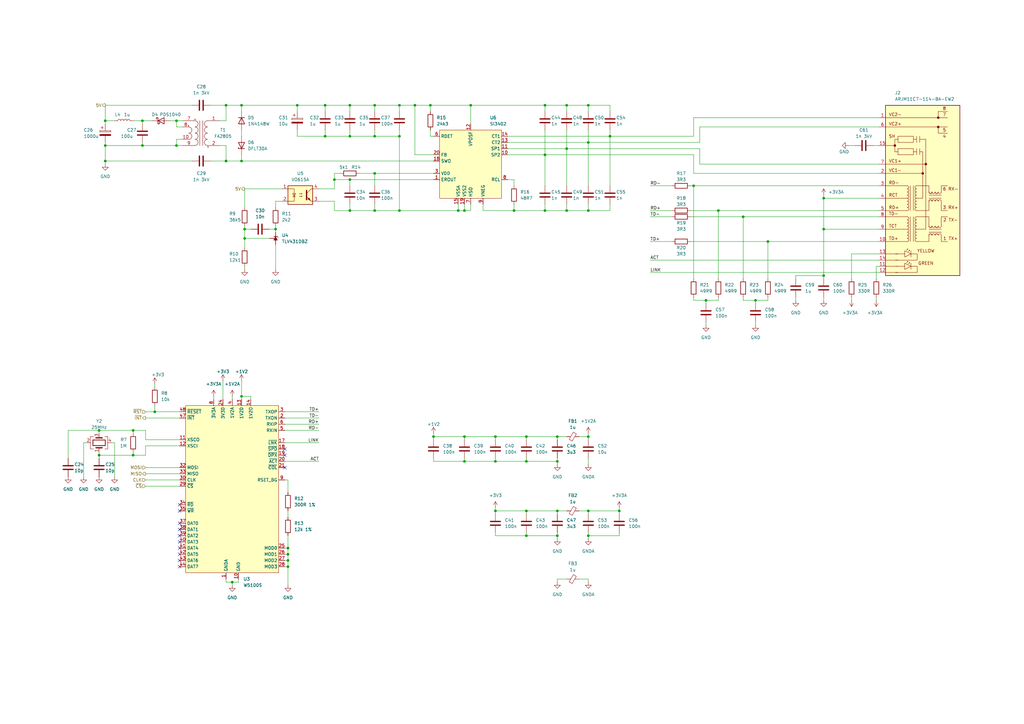
<source format=kicad_sch>
(kicad_sch (version 20211123) (generator eeschema)
  (paper "A3")
  (junction (at 228.6 189.23))
  (junction (at 92.71 66.04))
  (junction (at 210.82 86.36))
  (junction (at 289.56 123.19))
  (junction (at 337.82 93.98))
  (junction (at 163.83 55.88))
  (junction (at 294.64 86.36))
  (junction (at 250.19 55.88))
  (junction (at 99.06 66.04))
  (junction (at 118.11 232.41))
  (junction (at 232.41 60.96))
  (junction (at 223.52 63.5))
  (junction (at 241.3 43.18))
  (junction (at 177.8 179.07))
  (junction (at 314.96 99.06))
  (junction (at 133.35 55.88))
  (junction (at 95.25 238.76))
  (junction (at 193.04 43.18))
  (junction (at 176.53 43.18))
  (junction (at 203.2 209.55))
  (junction (at 190.5 189.23))
  (junction (at 228.6 179.07))
  (junction (at 215.9 179.07))
  (junction (at 337.82 81.28))
  (junction (at 241.3 58.42))
  (junction (at 143.51 86.36))
  (junction (at 241.3 86.36))
  (junction (at 241.3 219.71))
  (junction (at 72.39 59.69))
  (junction (at 133.35 43.18))
  (junction (at 203.2 189.23))
  (junction (at 309.88 123.19))
  (junction (at 143.51 55.88))
  (junction (at 43.18 49.53))
  (junction (at 163.83 86.36))
  (junction (at 153.67 86.36))
  (junction (at 118.11 224.79))
  (junction (at 190.5 179.07))
  (junction (at 284.48 76.2))
  (junction (at 58.42 49.53))
  (junction (at 153.67 43.18))
  (junction (at 92.71 43.18))
  (junction (at 63.5 168.91))
  (junction (at 304.8 88.9))
  (junction (at 153.67 55.88))
  (junction (at 43.18 59.69))
  (junction (at 118.11 227.33))
  (junction (at 58.42 59.69))
  (junction (at 190.5 86.36))
  (junction (at 72.39 49.53))
  (junction (at 215.9 209.55))
  (junction (at 100.33 93.98))
  (junction (at 241.3 179.07))
  (junction (at 143.51 43.18))
  (junction (at 99.06 162.56))
  (junction (at 118.11 229.87))
  (junction (at 228.6 219.71))
  (junction (at 337.82 113.03))
  (junction (at 232.41 86.36))
  (junction (at 113.03 93.98))
  (junction (at 99.06 43.18))
  (junction (at 223.52 43.18))
  (junction (at 187.96 86.36))
  (junction (at 143.51 73.66))
  (junction (at 40.64 176.53))
  (junction (at 54.61 186.69))
  (junction (at 254 209.55))
  (junction (at 43.18 66.04))
  (junction (at 153.67 71.12))
  (junction (at 223.52 86.36))
  (junction (at 137.16 73.66))
  (junction (at 241.3 209.55))
  (junction (at 54.61 176.53))
  (junction (at 163.83 43.18))
  (junction (at 170.18 43.18))
  (junction (at 121.92 43.18))
  (junction (at 203.2 179.07))
  (junction (at 40.64 186.69))
  (junction (at 232.41 43.18))
  (junction (at 100.33 97.79))
  (junction (at 228.6 209.55))
  (junction (at 215.9 189.23))
  (junction (at 215.9 219.71))
  (no_connect (at 73.66 222.25))
  (no_connect (at 73.66 214.63))
  (no_connect (at 116.84 186.69))
  (no_connect (at 73.66 217.17))
  (no_connect (at 73.66 209.55))
  (no_connect (at 73.66 232.41))
  (no_connect (at 73.66 207.01))
  (no_connect (at 73.66 224.79))
  (no_connect (at 73.66 219.71))
  (no_connect (at 116.84 191.77))
  (no_connect (at 73.66 229.87))
  (no_connect (at 73.66 227.33))
  (no_connect (at 116.84 184.15))
  (wire (pts (xy 283.21 99.06) (xy 314.96 99.06)))
  (wire (pts (xy 228.6 209.55) (xy 228.6 210.82)))
  (wire (pts (xy 203.2 209.55) (xy 203.2 210.82)))
  (wire (pts (xy 45.72 181.61) (xy 46.99 181.61)))
  (wire (pts (xy 223.52 86.36) (xy 232.41 86.36)))
  (wire (pts (xy 133.35 55.88) (xy 143.51 55.88)))
  (wire (pts (xy 116.84 168.91) (xy 130.81 168.91)))
  (wire (pts (xy 208.28 58.42) (xy 241.3 58.42)))
  (wire (pts (xy 72.39 49.53) (xy 74.93 49.53)))
  (wire (pts (xy 102.87 163.83) (xy 102.87 162.56)))
  (wire (pts (xy 110.49 93.98) (xy 113.03 93.98)))
  (wire (pts (xy 250.19 53.34) (xy 250.19 55.88)))
  (wire (pts (xy 43.18 49.53) (xy 43.18 50.8)))
  (wire (pts (xy 203.2 179.07) (xy 190.5 179.07)))
  (wire (pts (xy 54.61 186.69) (xy 59.69 186.69)))
  (wire (pts (xy 193.04 43.18) (xy 223.52 43.18)))
  (wire (pts (xy 347.98 59.69) (xy 350.52 59.69)))
  (wire (pts (xy 337.82 121.92) (xy 337.82 123.19)))
  (wire (pts (xy 337.82 81.28) (xy 337.82 93.98)))
  (wire (pts (xy 349.25 104.14) (xy 360.68 104.14)))
  (wire (pts (xy 99.06 43.18) (xy 121.92 43.18)))
  (wire (pts (xy 116.84 173.99) (xy 130.81 173.99)))
  (wire (pts (xy 241.3 58.42) (xy 241.3 76.2)))
  (wire (pts (xy 266.7 86.36) (xy 275.59 86.36)))
  (wire (pts (xy 203.2 189.23) (xy 190.5 189.23)))
  (wire (pts (xy 116.84 224.79) (xy 118.11 224.79)))
  (wire (pts (xy 40.64 185.42) (xy 40.64 186.69)))
  (wire (pts (xy 284.48 123.19) (xy 289.56 123.19)))
  (wire (pts (xy 232.41 209.55) (xy 228.6 209.55)))
  (wire (pts (xy 187.96 86.36) (xy 187.96 83.82)))
  (wire (pts (xy 116.84 227.33) (xy 118.11 227.33)))
  (wire (pts (xy 284.48 121.92) (xy 284.48 123.19)))
  (wire (pts (xy 266.7 99.06) (xy 275.59 99.06)))
  (wire (pts (xy 116.84 232.41) (xy 118.11 232.41)))
  (wire (pts (xy 153.67 83.82) (xy 153.67 86.36)))
  (wire (pts (xy 116.84 229.87) (xy 118.11 229.87)))
  (wire (pts (xy 99.06 43.18) (xy 99.06 45.72)))
  (wire (pts (xy 304.8 121.92) (xy 304.8 123.19)))
  (wire (pts (xy 133.35 43.18) (xy 133.35 45.72)))
  (wire (pts (xy 59.69 194.31) (xy 73.66 194.31)))
  (wire (pts (xy 314.96 99.06) (xy 360.68 99.06)))
  (wire (pts (xy 337.82 93.98) (xy 337.82 113.03)))
  (wire (pts (xy 254 208.28) (xy 254 209.55)))
  (wire (pts (xy 223.52 43.18) (xy 232.41 43.18)))
  (wire (pts (xy 58.42 49.53) (xy 58.42 50.8)))
  (wire (pts (xy 58.42 49.53) (xy 62.23 49.53)))
  (wire (pts (xy 113.03 93.98) (xy 113.03 95.25)))
  (wire (pts (xy 90.17 49.53) (xy 92.71 49.53)))
  (wire (pts (xy 215.9 219.71) (xy 203.2 219.71)))
  (wire (pts (xy 304.8 123.19) (xy 309.88 123.19)))
  (wire (pts (xy 349.25 104.14) (xy 349.25 114.3)))
  (wire (pts (xy 100.33 77.47) (xy 115.57 77.47)))
  (wire (pts (xy 254 209.55) (xy 254 210.82)))
  (wire (pts (xy 203.2 179.07) (xy 203.2 180.34)))
  (wire (pts (xy 143.51 53.34) (xy 143.51 55.88)))
  (wire (pts (xy 153.67 53.34) (xy 153.67 55.88)))
  (wire (pts (xy 284.48 48.26) (xy 284.48 55.88)))
  (wire (pts (xy 223.52 63.5) (xy 223.52 76.2)))
  (wire (pts (xy 100.33 109.22) (xy 100.33 110.49)))
  (wire (pts (xy 193.04 43.18) (xy 193.04 50.8)))
  (wire (pts (xy 241.3 58.42) (xy 287.02 58.42)))
  (wire (pts (xy 43.18 58.42) (xy 43.18 59.69)))
  (wire (pts (xy 210.82 86.36) (xy 223.52 86.36)))
  (wire (pts (xy 190.5 179.07) (xy 190.5 180.34)))
  (wire (pts (xy 250.19 43.18) (xy 250.19 45.72)))
  (wire (pts (xy 314.96 123.19) (xy 314.96 121.92)))
  (wire (pts (xy 241.3 187.96) (xy 241.3 190.5)))
  (wire (pts (xy 254 219.71) (xy 254 218.44)))
  (wire (pts (xy 223.52 43.18) (xy 223.52 45.72)))
  (wire (pts (xy 228.6 189.23) (xy 215.9 189.23)))
  (wire (pts (xy 86.36 43.18) (xy 92.71 43.18)))
  (wire (pts (xy 116.84 196.85) (xy 118.11 196.85)))
  (wire (pts (xy 113.03 85.09) (xy 113.03 82.55)))
  (wire (pts (xy 237.49 209.55) (xy 241.3 209.55)))
  (wire (pts (xy 289.56 132.08) (xy 289.56 133.35)))
  (wire (pts (xy 358.14 59.69) (xy 360.68 59.69)))
  (wire (pts (xy 54.61 49.53) (xy 58.42 49.53)))
  (wire (pts (xy 232.41 43.18) (xy 241.3 43.18)))
  (wire (pts (xy 163.83 45.72) (xy 163.83 43.18)))
  (wire (pts (xy 266.7 106.68) (xy 360.68 106.68)))
  (wire (pts (xy 193.04 86.36) (xy 190.5 86.36)))
  (wire (pts (xy 241.3 177.8) (xy 241.3 179.07)))
  (wire (pts (xy 40.64 176.53) (xy 54.61 176.53)))
  (wire (pts (xy 294.64 121.92) (xy 294.64 123.19)))
  (wire (pts (xy 309.88 132.08) (xy 309.88 133.35)))
  (wire (pts (xy 97.79 237.49) (xy 97.79 238.76)))
  (wire (pts (xy 137.16 86.36) (xy 143.51 86.36)))
  (wire (pts (xy 118.11 224.79) (xy 118.11 227.33)))
  (wire (pts (xy 58.42 59.69) (xy 72.39 59.69)))
  (wire (pts (xy 59.69 182.88) (xy 59.69 186.69)))
  (wire (pts (xy 215.9 179.07) (xy 203.2 179.07)))
  (wire (pts (xy 215.9 187.96) (xy 215.9 189.23)))
  (wire (pts (xy 153.67 45.72) (xy 153.67 43.18)))
  (wire (pts (xy 118.11 229.87) (xy 118.11 232.41)))
  (wire (pts (xy 284.48 71.12) (xy 284.48 63.5)))
  (wire (pts (xy 153.67 55.88) (xy 163.83 55.88)))
  (wire (pts (xy 241.3 86.36) (xy 250.19 86.36)))
  (wire (pts (xy 215.9 219.71) (xy 228.6 219.71)))
  (wire (pts (xy 283.21 88.9) (xy 304.8 88.9)))
  (wire (pts (xy 208.28 73.66) (xy 210.82 73.66)))
  (wire (pts (xy 228.6 179.07) (xy 215.9 179.07)))
  (wire (pts (xy 359.41 109.22) (xy 360.68 109.22)))
  (wire (pts (xy 284.48 71.12) (xy 360.68 71.12)))
  (wire (pts (xy 54.61 176.53) (xy 59.69 176.53)))
  (wire (pts (xy 215.9 209.55) (xy 215.9 210.82)))
  (wire (pts (xy 130.81 82.55) (xy 137.16 82.55)))
  (wire (pts (xy 40.64 186.69) (xy 40.64 187.96)))
  (wire (pts (xy 266.7 111.76) (xy 360.68 111.76)))
  (wire (pts (xy 177.8 189.23) (xy 190.5 189.23)))
  (wire (pts (xy 228.6 209.55) (xy 215.9 209.55)))
  (wire (pts (xy 59.69 196.85) (xy 73.66 196.85)))
  (wire (pts (xy 215.9 179.07) (xy 215.9 180.34)))
  (wire (pts (xy 27.94 176.53) (xy 40.64 176.53)))
  (wire (pts (xy 177.8 179.07) (xy 190.5 179.07)))
  (wire (pts (xy 177.8 63.5) (xy 170.18 63.5)))
  (wire (pts (xy 337.82 80.01) (xy 337.82 81.28)))
  (wire (pts (xy 208.28 55.88) (xy 250.19 55.88)))
  (wire (pts (xy 208.28 63.5) (xy 223.52 63.5)))
  (wire (pts (xy 92.71 59.69) (xy 92.71 66.04)))
  (wire (pts (xy 349.25 121.92) (xy 349.25 123.19)))
  (wire (pts (xy 40.64 176.53) (xy 40.64 177.8)))
  (wire (pts (xy 72.39 52.07) (xy 72.39 49.53)))
  (wire (pts (xy 118.11 209.55) (xy 118.11 212.09)))
  (wire (pts (xy 46.99 181.61) (xy 46.99 195.58)))
  (wire (pts (xy 228.6 187.96) (xy 228.6 189.23)))
  (wire (pts (xy 113.03 92.71) (xy 113.03 93.98)))
  (wire (pts (xy 63.5 157.48) (xy 63.5 158.75)))
  (wire (pts (xy 309.88 123.19) (xy 309.88 124.46)))
  (wire (pts (xy 121.92 45.72) (xy 121.92 43.18)))
  (wire (pts (xy 91.44 156.21) (xy 91.44 163.83)))
  (wire (pts (xy 99.06 66.04) (xy 99.06 63.5)))
  (wire (pts (xy 100.33 97.79) (xy 110.49 97.79)))
  (wire (pts (xy 266.7 88.9) (xy 275.59 88.9)))
  (wire (pts (xy 59.69 199.39) (xy 73.66 199.39)))
  (wire (pts (xy 74.93 57.15) (xy 72.39 57.15)))
  (wire (pts (xy 100.33 93.98) (xy 100.33 97.79)))
  (wire (pts (xy 100.33 77.47) (xy 100.33 85.09)))
  (wire (pts (xy 95.25 238.76) (xy 97.79 238.76)))
  (wire (pts (xy 116.84 189.23) (xy 130.81 189.23)))
  (wire (pts (xy 43.18 43.18) (xy 43.18 49.53)))
  (wire (pts (xy 43.18 59.69) (xy 58.42 59.69)))
  (wire (pts (xy 34.29 181.61) (xy 34.29 195.58)))
  (wire (pts (xy 223.52 83.82) (xy 223.52 86.36)))
  (wire (pts (xy 92.71 43.18) (xy 99.06 43.18)))
  (wire (pts (xy 72.39 59.69) (xy 74.93 59.69)))
  (wire (pts (xy 326.39 113.03) (xy 337.82 113.03)))
  (wire (pts (xy 241.3 210.82) (xy 241.3 209.55)))
  (wire (pts (xy 176.53 43.18) (xy 193.04 43.18)))
  (wire (pts (xy 241.3 43.18) (xy 250.19 43.18)))
  (wire (pts (xy 208.28 60.96) (xy 232.41 60.96)))
  (wire (pts (xy 99.06 156.21) (xy 99.06 162.56)))
  (wire (pts (xy 118.11 227.33) (xy 118.11 229.87)))
  (wire (pts (xy 74.93 52.07) (xy 72.39 52.07)))
  (wire (pts (xy 228.6 218.44) (xy 228.6 219.71)))
  (wire (pts (xy 153.67 71.12) (xy 177.8 71.12)))
  (wire (pts (xy 215.9 218.44) (xy 215.9 219.71)))
  (wire (pts (xy 46.99 49.53) (xy 43.18 49.53)))
  (wire (pts (xy 118.11 196.85) (xy 118.11 201.93)))
  (wire (pts (xy 102.87 162.56) (xy 99.06 162.56)))
  (wire (pts (xy 241.3 219.71) (xy 241.3 218.44)))
  (wire (pts (xy 139.7 71.12) (xy 137.16 71.12)))
  (wire (pts (xy 59.69 168.91) (xy 63.5 168.91)))
  (wire (pts (xy 314.96 99.06) (xy 314.96 114.3)))
  (wire (pts (xy 86.36 66.04) (xy 92.71 66.04)))
  (wire (pts (xy 153.67 86.36) (xy 163.83 86.36)))
  (wire (pts (xy 228.6 219.71) (xy 228.6 220.98)))
  (wire (pts (xy 241.3 43.18) (xy 241.3 45.72)))
  (wire (pts (xy 43.18 66.04) (xy 43.18 67.31)))
  (wire (pts (xy 143.51 73.66) (xy 143.51 76.2)))
  (wire (pts (xy 287.02 67.31) (xy 360.68 67.31)))
  (wire (pts (xy 237.49 179.07) (xy 241.3 179.07)))
  (wire (pts (xy 100.33 92.71) (xy 100.33 93.98)))
  (wire (pts (xy 100.33 97.79) (xy 100.33 101.6)))
  (wire (pts (xy 241.3 237.49) (xy 241.3 238.76)))
  (wire (pts (xy 284.48 76.2) (xy 360.68 76.2)))
  (wire (pts (xy 59.69 180.34) (xy 73.66 180.34)))
  (wire (pts (xy 59.69 191.77) (xy 73.66 191.77)))
  (wire (pts (xy 289.56 123.19) (xy 294.64 123.19)))
  (wire (pts (xy 177.8 180.34) (xy 177.8 179.07)))
  (wire (pts (xy 99.06 162.56) (xy 99.06 163.83)))
  (wire (pts (xy 116.84 171.45) (xy 130.81 171.45)))
  (wire (pts (xy 92.71 49.53) (xy 92.71 43.18)))
  (wire (pts (xy 250.19 55.88) (xy 284.48 55.88)))
  (wire (pts (xy 177.8 177.8) (xy 177.8 179.07)))
  (wire (pts (xy 359.41 121.92) (xy 359.41 123.19)))
  (wire (pts (xy 90.17 59.69) (xy 92.71 59.69)))
  (wire (pts (xy 121.92 55.88) (xy 133.35 55.88)))
  (wire (pts (xy 176.53 55.88) (xy 177.8 55.88)))
  (wire (pts (xy 143.51 43.18) (xy 153.67 43.18)))
  (wire (pts (xy 63.5 168.91) (xy 73.66 168.91)))
  (wire (pts (xy 43.18 59.69) (xy 43.18 66.04)))
  (wire (pts (xy 113.03 82.55) (xy 115.57 82.55)))
  (wire (pts (xy 133.35 53.34) (xy 133.35 55.88)))
  (wire (pts (xy 215.9 189.23) (xy 203.2 189.23)))
  (wire (pts (xy 143.51 43.18) (xy 143.51 45.72)))
  (wire (pts (xy 176.53 45.72) (xy 176.53 43.18)))
  (wire (pts (xy 92.71 66.04) (xy 99.06 66.04)))
  (wire (pts (xy 95.25 238.76) (xy 95.25 240.03)))
  (wire (pts (xy 163.83 55.88) (xy 163.83 86.36)))
  (wire (pts (xy 287.02 60.96) (xy 287.02 67.31)))
  (wire (pts (xy 63.5 166.37) (xy 63.5 168.91)))
  (wire (pts (xy 170.18 43.18) (xy 176.53 43.18)))
  (wire (pts (xy 337.82 113.03) (xy 337.82 114.3)))
  (wire (pts (xy 69.85 49.53) (xy 72.39 49.53)))
  (wire (pts (xy 241.3 219.71) (xy 254 219.71)))
  (wire (pts (xy 121.92 53.34) (xy 121.92 55.88)))
  (wire (pts (xy 92.71 237.49) (xy 92.71 238.76)))
  (wire (pts (xy 241.3 53.34) (xy 241.3 58.42)))
  (wire (pts (xy 210.82 76.2) (xy 210.82 73.66)))
  (wire (pts (xy 294.64 86.36) (xy 294.64 114.3)))
  (wire (pts (xy 95.25 162.56) (xy 95.25 163.83)))
  (wire (pts (xy 287.02 52.07) (xy 287.02 58.42)))
  (wire (pts (xy 190.5 86.36) (xy 187.96 86.36)))
  (wire (pts (xy 130.81 77.47) (xy 137.16 77.47)))
  (wire (pts (xy 241.3 83.82) (xy 241.3 86.36)))
  (wire (pts (xy 59.69 171.45) (xy 73.66 171.45)))
  (wire (pts (xy 177.8 73.66) (xy 143.51 73.66)))
  (wire (pts (xy 163.83 86.36) (xy 187.96 86.36)))
  (wire (pts (xy 118.11 232.41) (xy 118.11 240.03)))
  (wire (pts (xy 228.6 179.07) (xy 228.6 180.34)))
  (wire (pts (xy 170.18 63.5) (xy 170.18 43.18)))
  (wire (pts (xy 287.02 52.07) (xy 360.68 52.07)))
  (wire (pts (xy 35.56 181.61) (xy 34.29 181.61)))
  (wire (pts (xy 153.67 43.18) (xy 163.83 43.18)))
  (wire (pts (xy 113.03 100.33) (xy 113.03 110.49)))
  (wire (pts (xy 121.92 43.18) (xy 133.35 43.18)))
  (wire (pts (xy 360.68 93.98) (xy 337.82 93.98)))
  (wire (pts (xy 232.41 60.96) (xy 287.02 60.96)))
  (wire (pts (xy 92.71 238.76) (xy 95.25 238.76)))
  (wire (pts (xy 232.41 43.18) (xy 232.41 45.72)))
  (wire (pts (xy 198.12 83.82) (xy 198.12 86.36)))
  (wire (pts (xy 177.8 66.04) (xy 99.06 66.04)))
  (wire (pts (xy 143.51 55.88) (xy 153.67 55.88)))
  (wire (pts (xy 143.51 86.36) (xy 153.67 86.36)))
  (wire (pts (xy 40.64 186.69) (xy 54.61 186.69)))
  (wire (pts (xy 163.83 43.18) (xy 170.18 43.18)))
  (wire (pts (xy 54.61 185.42) (xy 54.61 186.69)))
  (wire (pts (xy 309.88 123.19) (xy 314.96 123.19)))
  (wire (pts (xy 78.74 43.18) (xy 43.18 43.18)))
  (wire (pts (xy 228.6 189.23) (xy 228.6 190.5)))
  (wire (pts (xy 177.8 187.96) (xy 177.8 189.23)))
  (wire (pts (xy 241.3 219.71) (xy 241.3 220.98)))
  (wire (pts (xy 232.41 237.49) (xy 228.6 237.49)))
  (wire (pts (xy 241.3 209.55) (xy 254 209.55)))
  (wire (pts (xy 118.11 224.79) (xy 118.11 219.71)))
  (wire (pts (xy 87.63 162.56) (xy 87.63 163.83)))
  (wire (pts (xy 232.41 179.07) (xy 228.6 179.07)))
  (wire (pts (xy 294.64 86.36) (xy 360.68 86.36)))
  (wire (pts (xy 137.16 82.55) (xy 137.16 86.36)))
  (wire (pts (xy 143.51 83.82) (xy 143.51 86.36)))
  (wire (pts (xy 133.35 43.18) (xy 143.51 43.18)))
  (wire (pts (xy 228.6 237.49) (xy 228.6 238.76)))
  (wire (pts (xy 190.5 187.96) (xy 190.5 189.23)))
  (wire (pts (xy 176.53 53.34) (xy 176.53 55.88)))
  (wire (pts (xy 78.74 66.04) (xy 43.18 66.04)))
  (wire (pts (xy 283.21 86.36) (xy 294.64 86.36)))
  (wire (pts (xy 326.39 121.92) (xy 326.39 123.19)))
  (wire (pts (xy 210.82 86.36) (xy 210.82 83.82)))
  (wire (pts (xy 237.49 237.49) (xy 241.3 237.49)))
  (wire (pts (xy 203.2 219.71) (xy 203.2 218.44)))
  (wire (pts (xy 147.32 71.12) (xy 153.67 71.12)))
  (wire (pts (xy 232.41 60.96) (xy 232.41 76.2)))
  (wire (pts (xy 203.2 187.96) (xy 203.2 189.23)))
  (wire (pts (xy 137.16 73.66) (xy 137.16 77.47)))
  (wire (pts (xy 232.41 86.36) (xy 241.3 86.36)))
  (wire (pts (xy 58.42 58.42) (xy 58.42 59.69)))
  (wire (pts (xy 359.41 109.22) (xy 359.41 114.3)))
  (wire (pts (xy 232.41 83.82) (xy 232.41 86.36)))
  (wire (pts (xy 116.84 181.61) (xy 130.81 181.61)))
  (wire (pts (xy 190.5 86.36) (xy 190.5 83.82)))
  (wire (pts (xy 223.52 53.34) (xy 223.52 63.5)))
  (wire (pts (xy 59.69 176.53) (xy 59.69 180.34)))
  (wire (pts (xy 232.41 53.34) (xy 232.41 60.96)))
  (wire (pts (xy 137.16 71.12) (xy 137.16 73.66)))
  (wire (pts (xy 284.48 48.26) (xy 360.68 48.26)))
  (wire (pts (xy 266.7 76.2) (xy 275.59 76.2)))
  (wire (pts (xy 250.19 86.36) (xy 250.19 83.82)))
  (wire (pts (xy 59.69 182.88) (xy 73.66 182.88)))
  (wire (pts (xy 153.67 71.12) (xy 153.67 76.2)))
  (wire (pts (xy 99.06 53.34) (xy 99.06 55.88)))
  (wire (pts (xy 326.39 114.3) (xy 326.39 113.03)))
  (wire (pts (xy 284.48 76.2) (xy 284.48 114.3)))
  (wire (pts (xy 198.12 86.36) (xy 210.82 86.36)))
  (wire (pts (xy 72.39 57.15) (xy 72.39 59.69)))
  (wire (pts (xy 304.8 88.9) (xy 304.8 114.3)))
  (wire (pts (xy 241.3 179.07) (xy 241.3 180.34)))
  (wire (pts (xy 27.94 187.96) (xy 27.94 176.53)))
  (wire (pts (xy 215.9 209.55) (xy 203.2 209.55)))
  (wire (pts (xy 100.33 93.98) (xy 102.87 93.98)))
  (wire (pts (xy 137.16 73.66) (xy 143.51 73.66)))
  (wire (pts (xy 116.84 176.53) (xy 130.81 176.53)))
  (wire (pts (xy 250.19 55.88) (xy 250.19 76.2)))
  (wire (pts (xy 337.82 81.28) (xy 360.68 81.28)))
  (wire (pts (xy 283.21 76.2) (xy 284.48 76.2)))
  (wire (pts (xy 54.61 176.53) (xy 54.61 177.8)))
  (wire (pts (xy 203.2 208.28) (xy 203.2 209.55)))
  (wire (pts (xy 193.04 86.36) (xy 193.04 83.82)))
  (wire (pts (xy 223.52 63.5) (xy 284.48 63.5)))
  (wire (pts (xy 304.8 88.9) (xy 360.68 88.9)))
  (wire (pts (xy 163.83 53.34) (xy 163.83 55.88)))
  (wire (pts (xy 289.56 123.19) (xy 289.56 124.46)))
  (label "LINK" (at 130.81 181.61 180))
  (label "ACT" (at 130.81 189.23 180))
  (label "TD-" (at 130.81 171.45 180))
  (label "RD-" (at 266.7 76.2 0))
  (label "RD+" (at 130.81 173.99 180))
  (label "RD+" (at 266.7 86.36 0))
  (label "ACT" (at 266.7 106.68 0))
  (label "TD+" (at 266.7 99.06 0))
  (label "RD-" (at 130.81 176.53 180))
  (label "TD+" (at 130.81 168.91 180))
  (label "LINK" (at 266.7 111.76 0))
  (label "TD-" (at 266.7 88.9 0))
  (hierarchical_label "~{CS}" (shape input) (at 59.69 199.39 180))
  (hierarchical_label "CLK" (shape input) (at 59.69 196.85 180))
  (hierarchical_label "5V" (shape output) (at 43.18 43.18 180))
  (hierarchical_label "MISO" (shape output) (at 59.69 194.31 180))
  (hierarchical_label "~{INT}" (shape output) (at 59.69 171.45 180))
  (hierarchical_label "MOSI" (shape input) (at 59.69 191.77 180))
  (hierarchical_label "~{RST}" (shape input) (at 59.69 168.91 180))
  (hierarchical_label "5V" (shape output) (at 100.33 77.47 180))
  (symbol (lib_id "Device:R") (at 118.11 215.9 0) (unit 1)
    (property "Reference" "R13" (at 120.65 214.6299 0) (effects (justify left)))
    (property "Value" "12k 1%" (at 120.65 217.1699 0) (effects (justify left)))
    (property "Footprint" "Resistor_SMD:R_0402_1005Metric" (effects hide))
  )
  (symbol (lib_id "power:GND") (at 228.6 238.76 0) (mirror y) (unit 1)
    (property "Reference" "#PWR053" (effects hide))
    (property "Value" "GND" (at 228.6 243.84 0))
  )
  (symbol (lib_id "power:GND") (at 46.99 195.58 0) (unit 1)
    (property "Reference" "#PWR039" (effects hide))
    (property "Value" "GND" (at 46.99 200.66 0))
  )
  (symbol (lib_id "Device:C") (at 27.94 191.77 0) (unit 1)
    (property "Reference" "C24" (at 30.48 190.5 0) (effects (justify left)))
    (property "Value" "10p" (at 30.48 193.04 0) (effects (justify left)))
    (property "Footprint" "Capacitor_SMD:C_0402_1005Metric" (effects hide))
  )
  (symbol (lib_id "power:GND") (at 337.82 123.19 0) (unit 1)
    (property "Reference" "#PWR063" (effects hide))
    (property "Value" "GND" (at 337.82 128.27 0))
  )
  (symbol (lib_id "Device:R") (at 279.4 88.9 90) (unit 1)
    (property "Reference" "R19" (at 279.4 91.44 90))
    (property "Value" "3R3" (at 279.4 93.98 90))
    (property "Footprint" "Resistor_SMD:R_0402_1005Metric" (effects hide))
  )
  (symbol (lib_id "Device:R") (at 314.96 118.11 0) (unit 1)
    (property "Reference" "R24" (at 317.5 116.8399 0) (effects (justify left)))
    (property "Value" "49R9" (at 317.5 119.3799 0) (effects (justify left)))
    (property "Footprint" "Resistor_SMD:R_0402_1005Metric" (effects hide))
  )
  (symbol (lib_id "Device:C") (at 106.68 93.98 90) (unit 1)
    (property "Reference" "C30" (at 106.68 86.36 90))
    (property "Value" "10n" (at 106.68 88.9 90))
    (property "Footprint" "Capacitor_SMD:C_0402_1005Metric" (effects hide))
  )
  (symbol (lib_id "coilcraft:FA2805") (at 82.55 54.61 0) (mirror y) (unit 1)
    (property "Reference" "T1" (at 91.44 53.34 0))
    (property "Value" "FA2805" (at 91.44 55.88 0))
    (property "Footprint" "coilcraft:Transformer_Coilcraft_Si3402" (effects hide))
  )
  (symbol (lib_id "abracon:ARJM11C7-114-BA-EW2") (at 378.46 78.74 0) (unit 1)
    (property "Reference" "J2" (at 367.03 38.1 0) (effects (justify left)))
    (property "Value" "ARJM11C7-114-BA-EW2" (at 367.03 40.64 0) (effects (justify left)))
  )
  (symbol (lib_id "power:+1V2") (at 99.06 156.21 0) (unit 1)
    (property "Reference" "#PWR045" (effects hide))
    (property "Value" "+1V2" (at 99.06 152.4 0))
  )
  (symbol (lib_id "Device:C") (at 153.67 80.01 0) (unit 1)
    (property "Reference" "C36" (at 156.21 78.74 0) (effects (justify left)))
    (property "Value" "100n" (at 156.21 81.28 0) (effects (justify left)))
    (property "Footprint" "Capacitor_SMD:C_0402_1005Metric" (effects hide))
  )
  (symbol (lib_id "Device:C") (at 143.51 49.53 0) (unit 1)
    (property "Reference" "C33" (at 137.16 48.26 0) (effects (justify left)))
    (property "Value" "1u" (at 137.16 50.8 0) (effects (justify left)))
    (property "Footprint" "Capacitor_SMD:C_0402_1005Metric" (effects hide))
  )
  (symbol (lib_id "skyworks:SI3402") (at 193.04 66.04 0) (mirror y) (unit 1)
    (property "Reference" "U6" (at 200.8887 48.26 0) (effects (justify right)))
    (property "Value" "SI3402" (at 200.8887 50.8 0) (effects (justify right)))
    (property "Footprint" "skyworks:Skyworks_QFN-20_1EP5x5mm_P0.8mm_EP2.7x2.7mm" (effects hide))
  )
  (symbol (lib_id "Device:C") (at 241.3 214.63 0) (unit 1)
    (property "Reference" "C53" (at 245.11 213.3599 0) (effects (justify left)))
    (property "Value" "100n" (at 245.11 215.8999 0) (effects (justify left)))
    (property "Footprint" "Capacitor_SMD:C_0402_1005Metric" (effects hide))
  )
  (symbol (lib_id "Device:D_Zener") (at 99.06 59.69 90) (unit 1)
    (property "Reference" "D6" (at 101.6 58.4199 90) (effects (justify right)))
    (property "Value" "DFLT30A" (at 101.6 60.9599 90) (effects (justify right)))
  )
  (symbol (lib_id "power:GND") (at 95.25 240.03 0) (unit 1)
    (property "Reference" "#PWR044" (effects hide))
    (property "Value" "GND" (at 95.25 245.11 0))
  )
  (symbol (lib_id "power:GND") (at 118.11 240.03 0) (unit 1)
    (property "Reference" "#PWR048" (effects hide))
    (property "Value" "GND" (at 118.11 245.11 0))
  )
  (symbol (lib_id "Device:C") (at 326.39 118.11 0) (unit 1)
    (property "Reference" "C59" (at 330.2 116.8399 0) (effects (justify left)))
    (property "Value" "1u" (at 330.2 119.3799 0) (effects (justify left)))
    (property "Footprint" "Capacitor_SMD:C_0402_1005Metric" (effects hide))
  )
  (symbol (lib_id "Device:C") (at 337.82 118.11 0) (unit 1)
    (property "Reference" "C60" (at 341.63 116.8399 0) (effects (justify left)))
    (property "Value" "100n" (at 341.63 119.3799 0) (effects (justify left)))
    (property "Footprint" "Capacitor_SMD:C_0402_1005Metric" (effects hide))
  )
  (symbol (lib_id "Device:C") (at 250.19 80.01 0) (unit 1)
    (property "Reference" "C55" (at 252.73 78.74 0) (effects (justify left)))
    (property "Value" "1n" (at 252.73 81.28 0) (effects (justify left)))
    (property "Footprint" "Capacitor_SMD:C_0402_1005Metric" (effects hide))
  )
  (symbol (lib_id "power_extended:+1V2A") (at 95.25 162.56 0) (unit 1)
    (property "Reference" "#PWR43" (effects hide))
    (property "Value" "+1V2A" (at 95.25 157.48 0))
  )
  (symbol (lib_id "power:GND") (at 100.33 110.49 0) (unit 1)
    (property "Reference" "#PWR046" (effects hide))
    (property "Value" "GND" (at 100.33 115.57 0))
  )
  (symbol (lib_id "Device:C") (at 177.8 184.15 0) (unit 1)
    (property "Reference" "C38" (at 181.61 182.8799 0) (effects (justify left)))
    (property "Value" "100n" (at 181.61 185.4199 0) (effects (justify left)))
    (property "Footprint" "Capacitor_SMD:C_0402_1005Metric" (effects hide))
  )
  (symbol (lib_id "Device:C") (at 82.55 43.18 90) (unit 1)
    (property "Reference" "C28" (at 82.55 35.56 90))
    (property "Value" "1n 3kV" (at 82.55 38.1 90))
  )
  (symbol (lib_id "Device:C") (at 153.67 49.53 0) (unit 1)
    (property "Reference" "C35" (at 147.32 48.26 0) (effects (justify left)))
    (property "Value" "1u" (at 147.32 50.8 0) (effects (justify left)))
    (property "Footprint" "Capacitor_SMD:C_0402_1005Metric" (effects hide))
  )
  (symbol (lib_id "Device:L") (at 50.8 49.53 90) (unit 1)
    (property "Reference" "L4" (at 48.26 46.99 90))
    (property "Value" "1u" (at 52.07 46.99 90))
    (property "Footprint" "Capacitor_SMD:C_0402_1005Metric" (effects hide))
  )
  (symbol (lib_id "Device:C") (at 163.83 49.53 0) (unit 1)
    (property "Reference" "C37" (at 156.21 48.26 0) (effects (justify left)))
    (property "Value" "100n" (at 156.21 50.8 0) (effects (justify left)))
    (property "Footprint" "Capacitor_SMD:C_0402_1005Metric" (effects hide))
  )
  (symbol (lib_id "power:GND") (at 228.6 190.5 0) (mirror y) (unit 1)
    (property "Reference" "#PWR051" (effects hide))
    (property "Value" "GND" (at 228.6 195.58 0))
  )
  (symbol (lib_id "power:GND") (at 289.56 133.35 0) (unit 1)
    (property "Reference" "#PWR059" (effects hide))
    (property "Value" "GND" (at 289.56 138.43 0))
  )
  (symbol (lib_id "Device:R") (at 359.41 118.11 0) (unit 1)
    (property "Reference" "R26" (at 361.95 116.8399 0) (effects (justify left)))
    (property "Value" "330R" (at 361.95 119.3799 0) (effects (justify left)))
    (property "Footprint" "Resistor_SMD:R_0402_1005Metric" (effects hide))
  )
  (symbol (lib_id "power:GND") (at 113.03 110.49 0) (unit 1)
    (property "Reference" "#PWR047" (effects hide))
    (property "Value" "GND" (at 113.03 115.57 0))
  )
  (symbol (lib_id "power:GND") (at 347.98 59.69 270) (unit 1)
    (property "Reference" "#PWR064" (effects hide))
    (property "Value" "GND" (at 344.17 62.23 90) (effects (justify left)))
  )
  (symbol (lib_id "power_extended:+3V3A") (at 87.63 162.56 0) (unit 1)
    (property "Reference" "#PWR41" (effects hide))
    (property "Value" "+3V3A" (at 87.63 157.48 0))
  )
  (symbol (lib_id "Isolator:VO615A") (at 123.19 80.01 0) (unit 1)
    (property "Reference" "U5" (at 123.19 71.12 0))
    (property "Value" "VO615A" (at 123.19 73.66 0))
    (property "Datasheet" "http://www.vishay.com/docs/81753/vo615a.pdf" (effects hide))
  )
  (symbol (lib_id "Device:C") (at 40.64 191.77 0) (unit 1)
    (property "Reference" "C25" (at 43.18 190.5 0) (effects (justify left)))
    (property "Value" "10p" (at 43.18 193.04 0) (effects (justify left)))
    (property "Footprint" "Capacitor_SMD:C_0402_1005Metric" (effects hide))
  )
  (symbol (lib_id "power:+3V3") (at 63.5 157.48 0) (unit 1)
    (property "Reference" "#PWR040" (effects hide))
    (property "Value" "+3V3" (at 64.77 153.67 0))
  )
  (symbol (lib_id "Device:C") (at 203.2 184.15 0) (unit 1)
    (property "Reference" "C40" (at 207.01 182.8799 0) (effects (justify left)))
    (property "Value" "100n" (at 207.01 185.4199 0) (effects (justify left)))
    (property "Footprint" "Capacitor_SMD:C_0402_1005Metric" (effects hide))
  )
  (symbol (lib_id "Device:C") (at 354.33 59.69 90) (unit 1)
    (property "Reference" "C61" (at 354.33 53.34 90))
    (property "Value" "1n 3kV" (at 354.33 55.88 90))
  )
  (symbol (lib_id "Device:C") (at 309.88 128.27 0) (unit 1)
    (property "Reference" "C58" (at 313.69 126.9999 0) (effects (justify left)))
    (property "Value" "100n" (at 313.69 129.5399 0) (effects (justify left)))
    (property "Footprint" "Capacitor_SMD:C_0402_1005Metric" (effects hide))
  )
  (symbol (lib_id "Device:R") (at 100.33 105.41 0) (unit 1)
    (property "Reference" "R10" (at 93.98 104.14 0) (effects (justify left)))
    (property "Value" "12k1" (at 93.98 106.68 0) (effects (justify left)))
    (property "Footprint" "Resistor_SMD:R_0402_1005Metric" (effects hide))
  )
  (symbol (lib_id "Device:C") (at 203.2 214.63 0) (unit 1)
    (property "Reference" "C41" (at 207.01 213.3599 0) (effects (justify left)))
    (property "Value" "100n" (at 207.01 215.8999 0) (effects (justify left)))
    (property "Footprint" "Capacitor_SMD:C_0402_1005Metric" (effects hide))
  )
  (symbol (lib_id "power:GNDA") (at 241.3 220.98 0) (unit 1)
    (property "Reference" "#PWR056" (effects hide))
    (property "Value" "GNDA" (at 241.3 226.06 0))
  )
  (symbol (lib_id "Device:R") (at 304.8 118.11 0) (unit 1)
    (property "Reference" "R23" (at 307.34 116.8399 0) (effects (justify left)))
    (property "Value" "49R9" (at 307.34 119.3799 0) (effects (justify left)))
    (property "Footprint" "Resistor_SMD:R_0402_1005Metric" (effects hide))
  )
  (symbol (lib_id "Device:R") (at 294.64 118.11 0) (unit 1)
    (property "Reference" "R22" (at 297.18 116.8399 0) (effects (justify left)))
    (property "Value" "49R9" (at 297.18 119.3799 0) (effects (justify left)))
    (property "Footprint" "Resistor_SMD:R_0402_1005Metric" (effects hide))
  )
  (symbol (lib_id "Device:R") (at 210.82 80.01 0) (unit 1)
    (property "Reference" "R16" (at 213.36 78.7399 0) (effects (justify left)))
    (property "Value" "48R7" (at 213.36 81.2799 0) (effects (justify left)))
    (property "Footprint" "Resistor_SMD:R_0402_1005Metric" (effects hide))
  )
  (symbol (lib_id "power:GNDA") (at 241.3 190.5 0) (unit 1)
    (property "Reference" "#PWR055" (effects hide))
    (property "Value" "GNDA" (at 241.3 195.58 0))
  )
  (symbol (lib_id "Device:C") (at 241.3 80.01 0) (unit 1)
    (property "Reference" "C51" (at 243.84 78.74 0) (effects (justify left)))
    (property "Value" "1n" (at 243.84 81.28 0) (effects (justify left)))
    (property "Footprint" "Capacitor_SMD:C_0402_1005Metric" (effects hide))
  )
  (symbol (lib_id "power:GNDA") (at 241.3 238.76 0) (unit 1)
    (property "Reference" "#PWR057" (effects hide))
    (property "Value" "GNDA" (at 241.3 243.84 0))
  )
  (symbol (lib_id "power:GND") (at 27.94 195.58 0) (unit 1)
    (property "Reference" "#PWR035" (effects hide))
    (property "Value" "GND" (at 27.94 200.66 0))
  )
  (symbol (lib_id "Device:C") (at 254 214.63 0) (unit 1)
    (property "Reference" "C56" (at 257.81 213.3599 0) (effects (justify left)))
    (property "Value" "100n" (at 257.81 215.8999 0) (effects (justify left)))
    (property "Footprint" "Capacitor_SMD:C_0402_1005Metric" (effects hide))
  )
  (symbol (lib_id "Device:R") (at 279.4 86.36 90) (unit 1)
    (property "Reference" "R18" (at 279.4 81.28 90))
    (property "Value" "3R3" (at 279.4 83.82 90))
    (property "Footprint" "Resistor_SMD:R_0402_1005Metric" (effects hide))
  )
  (symbol (lib_id "Reference_Voltage:TL431DBZ") (at 113.03 97.79 90) (unit 1)
    (property "Reference" "U4" (at 115.57 96.5199 90) (effects (justify right)))
    (property "Value" "TLV431DBZ" (at 115.57 99.0599 90) (effects (justify right)))
    (property "Footprint" "Package_TO_SOT_SMD:SOT-23" (effects hide))
    (property "Datasheet" "http://www.ti.com/lit/ds/symlink/tl431.pdf" (effects hide))
  )
  (symbol (lib_id "Device:C") (at 289.56 128.27 0) (unit 1)
    (property "Reference" "C57" (at 293.37 126.9999 0) (effects (justify left)))
    (property "Value" "100n" (at 293.37 129.5399 0) (effects (justify left)))
    (property "Footprint" "Capacitor_SMD:C_0402_1005Metric" (effects hide))
  )
  (symbol (lib_id "power:GND") (at 326.39 123.19 0) (unit 1)
    (property "Reference" "#PWR061" (effects hide))
    (property "Value" "GND" (at 326.39 128.27 0))
  )
  (symbol (lib_id "Device:C") (at 232.41 80.01 0) (unit 1)
    (property "Reference" "C49" (at 234.95 78.74 0) (effects (justify left)))
    (property "Value" "1n" (at 234.95 81.28 0) (effects (justify left)))
    (property "Footprint" "Capacitor_SMD:C_0402_1005Metric" (effects hide))
  )
  (symbol (lib_id "power:+1V2") (at 177.8 177.8 0) (unit 1)
    (property "Reference" "#PWR049" (effects hide))
    (property "Value" "+1V2" (at 177.8 173.99 0))
  )
  (symbol (lib_id "Device:R") (at 143.51 71.12 90) (unit 1)
    (property "Reference" "R14" (at 146.05 68.58 90))
    (property "Value" "5k1" (at 140.97 68.58 90))
    (property "Footprint" "Resistor_SMD:R_0402_1005Metric" (effects hide))
  )
  (symbol (lib_id "Device:R") (at 54.61 181.61 0) (mirror y) (unit 1)
    (property "Reference" "R7" (at 52.07 180.3399 0) (effects (justify left)))
    (property "Value" "1M" (at 52.07 182.8799 0) (effects (justify left)))
    (property "Footprint" "Resistor_SMD:R_0402_1005Metric" (effects hide))
  )
  (symbol (lib_id "Device:C") (at 82.55 66.04 90) (unit 1)
    (property "Reference" "C29" (at 82.55 71.12 90))
    (property "Value" "1n 3kV" (at 82.55 73.66 90))
  )
  (symbol (lib_id "Device:R") (at 100.33 88.9 0) (unit 1)
    (property "Reference" "R9" (at 93.98 87.63 0) (effects (justify left)))
    (property "Value" "36k5" (at 93.98 90.17 0) (effects (justify left)))
    (property "Footprint" "Resistor_SMD:R_0402_1005Metric" (effects hide))
  )
  (symbol (lib_id "Device:C_Polarized") (at 43.18 54.61 0) (unit 1)
    (property "Reference" "C26" (at 34.29 53.34 0) (effects (justify left)))
    (property "Value" "1000u" (at 34.29 55.88 0) (effects (justify left)))
  )
  (symbol (lib_id "Device:R") (at 279.4 99.06 90) (unit 1)
    (property "Reference" "R20" (at 279.4 101.6 90))
    (property "Value" "3R3" (at 279.4 104.14 90))
    (property "Footprint" "Resistor_SMD:R_0402_1005Metric" (effects hide))
  )
  (symbol (lib_id "Device:C") (at 232.41 49.53 0) (unit 1)
    (property "Reference" "C48" (at 234.95 48.26 0) (effects (justify left)))
    (property "Value" "1n" (at 234.95 50.8 0) (effects (justify left)))
    (property "Footprint" "Capacitor_SMD:C_0402_1005Metric" (effects hide))
  )
  (symbol (lib_id "Device:C") (at 215.9 184.15 0) (unit 1)
    (property "Reference" "C42" (at 219.71 182.8799 0) (effects (justify left)))
    (property "Value" "100n" (at 219.71 185.4199 0) (effects (justify left)))
    (property "Footprint" "Capacitor_SMD:C_0402_1005Metric" (effects hide))
  )
  (symbol (lib_id "Device:R") (at 349.25 118.11 0) (unit 1)
    (property "Reference" "R25" (at 351.79 116.8399 0) (effects (justify left)))
    (property "Value" "330R" (at 351.79 119.3799 0) (effects (justify left)))
    (property "Footprint" "Resistor_SMD:R_0402_1005Metric" (effects hide))
  )
  (symbol (lib_id "Device:R") (at 63.5 162.56 0) (unit 1)
    (property "Reference" "R8" (at 66.04 161.2899 0) (effects (justify left)))
    (property "Value" "10k" (at 66.04 163.8299 0) (effects (justify left)))
    (property "Footprint" "Resistor_SMD:R_0402_1005Metric" (effects hide))
  )
  (symbol (lib_id "power_extended:+1V2A") (at 241.3 177.8 0) (unit 1)
    (property "Reference" "#PWR54" (effects hide))
    (property "Value" "+1V2A" (at 241.3 172.72 0))
  )
  (symbol (lib_id "power:+3V3") (at 203.2 208.28 0) (unit 1)
    (property "Reference" "#PWR050" (effects hide))
    (property "Value" "+3V3" (at 203.2 203.2 0))
  )
  (symbol (lib_id "Device:FerriteBead_Small") (at 234.95 237.49 90) (unit 1)
    (property "Reference" "FB3" (at 234.9119 231.14 90))
    (property "Value" "1u" (at 234.9119 233.68 90))
    (property "Footprint" "Capacitor_SMD:C_0402_1005Metric" (effects hide))
  )
  (symbol (lib_id "power_extended:+3V3A") (at 254 208.28 0) (unit 1)
    (property "Reference" "#PWR58" (effects hide))
    (property "Value" "+3V3A" (at 254 203.2 0))
  )
  (symbol (lib_id "Device:FerriteBead_Small") (at 234.95 179.07 90) (unit 1)
    (property "Reference" "FB1" (at 234.9119 172.72 90))
    (property "Value" "1u" (at 234.9119 175.26 90))
    (property "Footprint" "Capacitor_SMD:C_0402_1005Metric" (effects hide))
  )
  (symbol (lib_id "power:GND") (at 228.6 220.98 0) (mirror y) (unit 1)
    (property "Reference" "#PWR052" (effects hide))
    (property "Value" "GND" (at 228.6 226.06 0))
  )
  (symbol (lib_id "Device:C") (at 143.51 80.01 0) (unit 1)
    (property "Reference" "C34" (at 146.05 78.74 0) (effects (justify left)))
    (property "Value" "10n" (at 146.05 81.28 0) (effects (justify left)))
    (property "Footprint" "Capacitor_SMD:C_0402_1005Metric" (effects hide))
  )
  (symbol (lib_id "Device:C") (at 58.42 54.61 0) (unit 1)
    (property "Reference" "C27" (at 52.07 53.34 0) (effects (justify left)))
    (property "Value" "100u" (at 49.53 55.88 0) (effects (justify left)))
  )
  (symbol (lib_id "Device:R") (at 118.11 205.74 0) (unit 1)
    (property "Reference" "R12" (at 120.65 204.4699 0) (effects (justify left)))
    (property "Value" "300R 1%" (at 120.65 207.0099 0) (effects (justify left)))
    (property "Footprint" "Resistor_SMD:R_0402_1005Metric" (effects hide))
  )
  (symbol (lib_id "Device:R") (at 176.53 49.53 0) (unit 1)
    (property "Reference" "R15" (at 179.07 48.2599 0) (effects (justify left)))
    (property "Value" "24k3" (at 179.07 50.7999 0) (effects (justify left)))
    (property "Footprint" "Resistor_SMD:R_0402_1005Metric" (effects hide))
  )
  (symbol (lib_id "power:GND") (at 43.18 67.31 0) (unit 1)
    (property "Reference" "#PWR038" (effects hide))
    (property "Value" "GND" (at 43.18 72.39 0))
  )
  (symbol (lib_id "Device:C") (at 133.35 49.53 0) (unit 1)
    (property "Reference" "C32" (at 127 48.26 0) (effects (justify left)))
    (property "Value" "1u" (at 127 50.8 0) (effects (justify left)))
    (property "Footprint" "Capacitor_SMD:C_0402_1005Metric" (effects hide))
  )
  (symbol (lib_id "power:+3V3") (at 91.44 156.21 0) (unit 1)
    (property "Reference" "#PWR042" (effects hide))
    (property "Value" "+3V3" (at 91.44 152.4 0))
  )
  (symbol (lib_id "Device:R") (at 284.48 118.11 0) (unit 1)
    (property "Reference" "R21" (at 287.02 116.8399 0) (effects (justify left)))
    (property "Value" "49R9" (at 287.02 119.3799 0) (effects (justify left)))
    (property "Footprint" "Resistor_SMD:R_0402_1005Metric" (effects hide))
  )
  (symbol (lib_id "Device:C") (at 190.5 184.15 0) (unit 1)
    (property "Reference" "C39" (at 194.31 182.8799 0) (effects (justify left)))
    (property "Value" "100n" (at 194.31 185.4199 0) (effects (justify left)))
    (property "Footprint" "Capacitor_SMD:C_0402_1005Metric" (effects hide))
  )
  (symbol (lib_id "Diode:1N4148W") (at 99.06 49.53 270) (unit 1)
    (property "Reference" "D5" (at 101.6 48.2599 90) (effects (justify left)))
    (property "Value" "1N4148W" (at 101.6 50.7999 90) (effects (justify left)))
    (property "Footprint" "Diode_SMD:D_SOD-123" (effects hide))
    (property "Datasheet" "https://www.vishay.com/docs/85748/1n4148w.pdf" (effects hide))
  )
  (symbol (lib_id "Device:C") (at 223.52 49.53 0) (unit 1)
    (property "Reference" "C44" (at 226.06 48.26 0) (effects (justify left)))
    (property "Value" "1n" (at 226.06 50.8 0) (effects (justify left)))
    (property "Footprint" "Capacitor_SMD:C_0402_1005Metric" (effects hide))
  )
  (symbol (lib_id "Device:C") (at 223.52 80.01 0) (unit 1)
    (property "Reference" "C45" (at 226.06 78.74 0) (effects (justify left)))
    (property "Value" "1n" (at 226.06 81.28 0) (effects (justify left)))
    (property "Footprint" "Capacitor_SMD:C_0402_1005Metric" (effects hide))
  )
  (symbol (lib_id "power_extended:+3V3A") (at 337.82 80.01 0) (unit 1)
    (property "Reference" "#PWR62" (effects hide))
    (property "Value" "+3V3A" (at 342.9 78.74 0))
  )
  (symbol (lib_id "Device:C") (at 215.9 214.63 0) (unit 1)
    (property "Reference" "C43" (at 219.71 213.3599 0) (effects (justify left)))
    (property "Value" "100n" (at 219.71 215.8999 0) (effects (justify left)))
    (property "Footprint" "Capacitor_SMD:C_0402_1005Metric" (effects hide))
  )
  (symbol (lib_id "power:GND") (at 34.29 195.58 0) (unit 1)
    (property "Reference" "#PWR036" (effects hide))
    (property "Value" "GND" (at 34.29 200.66 0))
  )
  (symbol (lib_id "Device:C") (at 228.6 214.63 0) (unit 1)
    (property "Reference" "C47" (at 232.41 213.36 0) (effects (justify left)))
    (property "Value" "3u3" (at 232.41 215.9 0) (effects (justify left)))
  )
  (symbol (lib_id "Device:C") (at 250.19 49.53 0) (unit 1)
    (property "Reference" "C54" (at 252.73 48.26 0) (effects (justify left)))
    (property "Value" "1n" (at 252.73 50.8 0) (effects (justify left)))
    (property "Footprint" "Capacitor_SMD:C_0402_1005Metric" (effects hide))
  )
  (symbol (lib_id "Device:C") (at 241.3 184.15 0) (unit 1)
    (property "Reference" "C52" (at 245.11 182.88 0) (effects (justify left)))
    (property "Value" "10u" (at 245.11 185.42 0) (effects (justify left)))
  )
  (symbol (lib_id "Device:R") (at 279.4 76.2 90) (unit 1)
    (property "Reference" "R17" (at 279.4 71.12 90))
    (property "Value" "3R3" (at 279.4 73.66 90))
    (property "Footprint" "Resistor_SMD:R_0402_1005Metric" (effects hide))
  )
  (symbol (lib_id "power:GND") (at 40.64 195.58 0) (unit 1)
    (property "Reference" "#PWR037" (effects hide))
    (property "Value" "GND" (at 40.64 200.66 0))
  )
  (symbol (lib_id "Device:C") (at 228.6 184.15 0) (unit 1)
    (property "Reference" "C46" (at 232.41 182.88 0) (effects (justify left)))
    (property "Value" "3u3" (at 232.41 185.42 0) (effects (justify left)))
  )
  (symbol (lib_id "Device:D_Schottky") (at 66.04 49.53 0) (unit 1)
    (property "Reference" "D4" (at 63.5 46.99 0))
    (property "Value" "PDS1040" (at 69.85 46.99 0))
  )
  (symbol (lib_id "Device:R") (at 113.03 88.9 0) (unit 1)
    (property "Reference" "R11" (at 115.57 87.6299 0) (effects (justify left)))
    (property "Value" "2k2" (at 115.57 90.1699 0) (effects (justify left)))
    (property "Footprint" "Resistor_SMD:R_0402_1005Metric" (effects hide))
  )
  (symbol (lib_id "power_extended:+3V3A") (at 349.25 123.19 180) (unit 1)
    (property "Reference" "#PWR65" (effects hide))
    (property "Value" "+3V3A" (at 345.44 128.27 0) (effects (justify right)))
  )
  (symbol (lib_id "power:GND") (at 309.88 133.35 0) (unit 1)
    (property "Reference" "#PWR060" (effects hide))
    (property "Value" "GND" (at 309.88 138.43 0))
  )
  (symbol (lib_id "Device:Crystal_GND24") (at 40.64 181.61 90) (unit 1)
    (property "Reference" "Y2" (at 40.64 172.72 90))
    (property "Value" "25MHz" (at 40.64 175.26 90))
    (property "Footprint" "Crystal:Crystal_SMD_3225-4Pin_3.2x2.5mm" (effects hide))
  )
  (symbol (lib_id "wiznet:W5100S") (at 95.25 199.39 0) (unit 1)
    (property "Reference" "U3" (at 99.8094 237.49 0) (effects (justify left)))
    (property "Value" "W5100S" (at 99.8094 240.03 0) (effects (justify left)))
    (property "Footprint" "Package_DFN_QFN:QFN-48-1EP_7x7mm_P0.5mm_EP5.3x5.3mm" (effects hide))
  )
  (symbol (lib_id "power_extended:+3V3A") (at 359.41 123.19 180) (unit 1)
    (property "Reference" "#PWR66" (effects hide))
    (property "Value" "+3V3A" (at 355.6 128.27 0) (effects (justify right)))
  )
  (symbol (lib_id "Device:C_Polarized") (at 121.92 49.53 0) (unit 1)
    (property "Reference" "C31" (at 114.3 48.26 0) (effects (justify left)))
    (property "Value" "10u" (at 114.3 50.8 0) (effects (justify left)))
    (property "Footprint" "Capacitor_SMD:C_0402_1005Metric" (effects hide))
  )
  (symbol (lib_id "Device:C") (at 241.3 49.53 0) (unit 1)
    (property "Reference" "C50" (at 243.84 48.26 0) (effects (justify left)))
    (property "Value" "1n" (at 243.84 50.8 0) (effects (justify left)))
    (property "Footprint" "Capacitor_SMD:C_0402_1005Metric" (effects hide))
  )
  (symbol (lib_id "Device:FerriteBead_Small") (at 234.95 209.55 90) (unit 1)
    (property "Reference" "FB2" (at 234.9119 203.2 90))
    (property "Value" "1u" (at 234.9119 205.74 90))
    (property "Footprint" "Capacitor_SMD:C_0402_1005Metric" (effects hide))
  )
)
</source>
